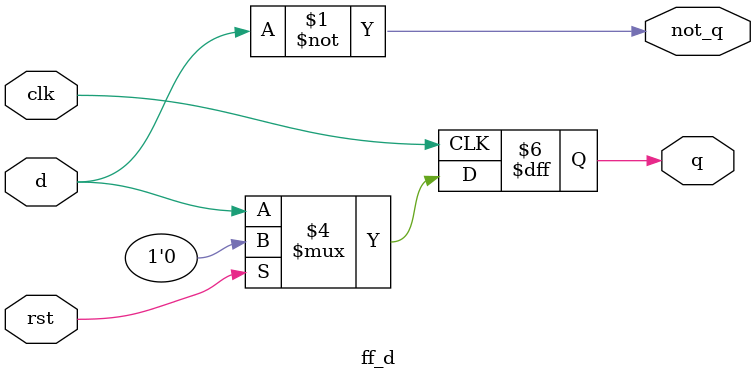
<source format=v>
`timescale 1ns / 1ps


module ff_d(
    input d,
    input clk,
    input rst,
    output reg q,
    output not_q
    );
    
    assign not_q = ~d;
    
    always@ (posedge clk)
        begin
            if (rst)
                begin
                q <= 1'b0;
                //not_q <= 1'b1;
                end
            else
                begin
                q <= d;
                //not_q <= ~d;
                end 
        end
endmodule

</source>
